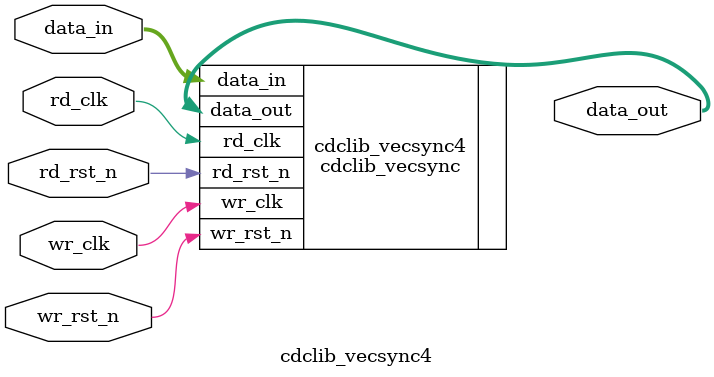
<source format=v>


//------------------------------------------------------------------------
// File:        $RCSfile: cdclib_vecsync4.v.rca $
// Revision:    $Revision: #3 $
// Date:        $Date: 2015/03/20 $
//-----------------------------------------------------------------------------
// Description : 4-stage vector synchronizer
//-----------------------------------------------------------------------------
module cdclib_vecsync4 
   #(
      parameter DWIDTH           = 2, // Sync Data input 
      parameter WR_CLK_FREQ_MHZ     = 1000,   // Clock frequency (in MHz)    
      parameter RD_CLK_FREQ_MHZ     = 1000,   // Clock frequency (in MHz)    
      parameter VID          = 1     // 1: VID, 0: preVID
    )
   (
   // Inputs
   input  wire               wr_clk,        // write clock
   input  wire               rd_clk,        // read clock
   input  wire               wr_rst_n,      // async write reset
   input  wire               rd_rst_n,      // async read reset
   input  wire [DWIDTH-1:0]  data_in,       // data in
   // Outputs
   output wire  [DWIDTH-1:0] data_out       // data out
   );

// 3-stage synchronizer   
localparam SYNCSTAGE = 4;

// Vecsync module
cdclib_vecsync 
   #(
      .DWIDTH(DWIDTH),       // Sync Data input 
      .SYNCSTAGE(SYNCSTAGE), // Sync stages
      .WR_CLK_FREQ_MHZ(WR_CLK_FREQ_MHZ),
      .RD_CLK_FREQ_MHZ(RD_CLK_FREQ_MHZ),
      .VID	(VID)
    ) cdclib_vecsync4
   (
   // Inputs
   .wr_clk(wr_clk),         // write clock
   .rd_clk(rd_clk),         // read clock
   .wr_rst_n(wr_rst_n),     // async write reset
   .rd_rst_n(rd_rst_n),     // async read reset
   .data_in(data_in),       // data in
   // Outputs
   .data_out(data_out)      // data out
   );

endmodule // cdclib_vecsync4


</source>
